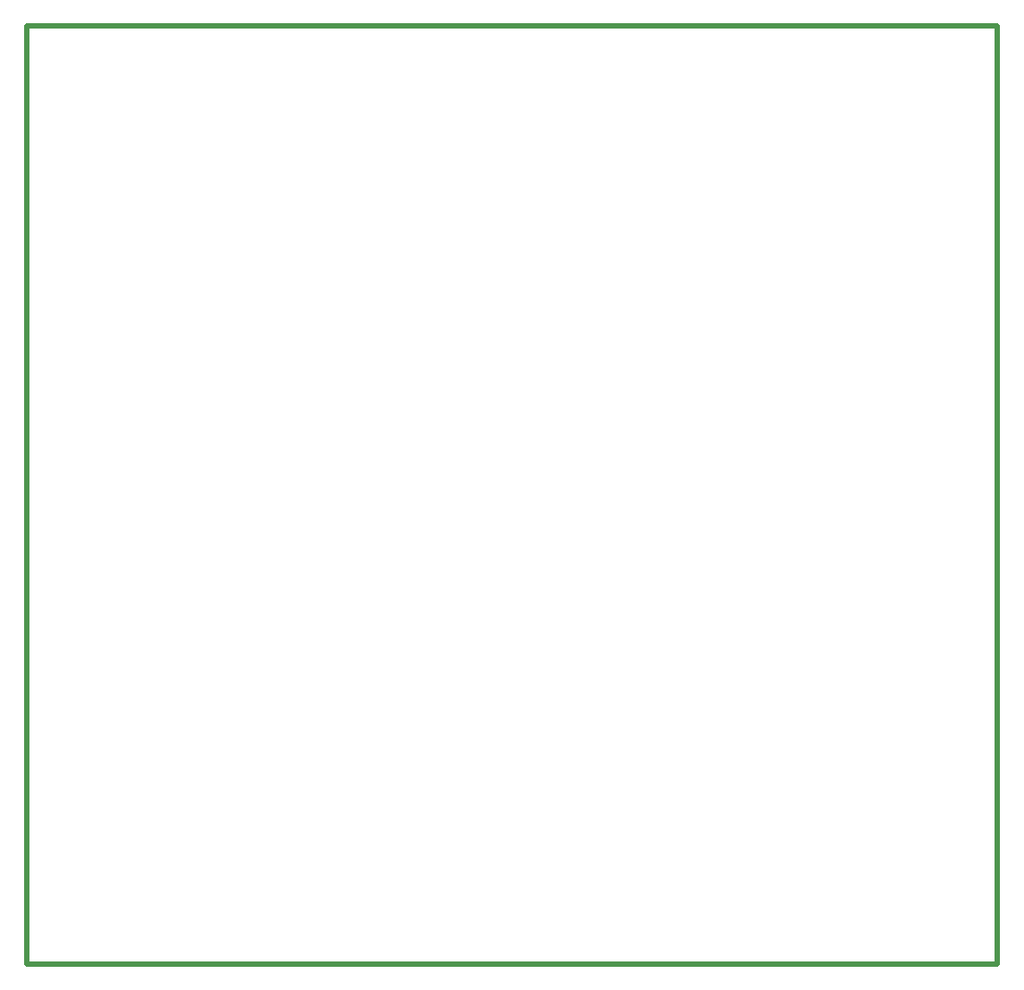
<source format=gbr>
G04 #@! TF.GenerationSoftware,KiCad,Pcbnew,(5.1.5)-3*
G04 #@! TF.CreationDate,2021-02-03T08:35:31+01:00*
G04 #@! TF.ProjectId,OpenSPAD,4f70656e-5350-4414-942e-6b696361645f,rev?*
G04 #@! TF.SameCoordinates,Original*
G04 #@! TF.FileFunction,Profile,NP*
%FSLAX46Y46*%
G04 Gerber Fmt 4.6, Leading zero omitted, Abs format (unit mm)*
G04 Created by KiCad (PCBNEW (5.1.5)-3) date 2021-02-03 08:35:31*
%MOMM*%
%LPD*%
G04 APERTURE LIST*
%ADD10C,0.500000*%
G04 APERTURE END LIST*
D10*
X104194000Y-153428000D02*
X196194000Y-153428000D01*
X196194000Y-64428000D02*
X196194000Y-153428000D01*
X104194000Y-64428000D02*
X196194000Y-64428000D01*
X104194000Y-64428000D02*
X104194000Y-153428000D01*
M02*

</source>
